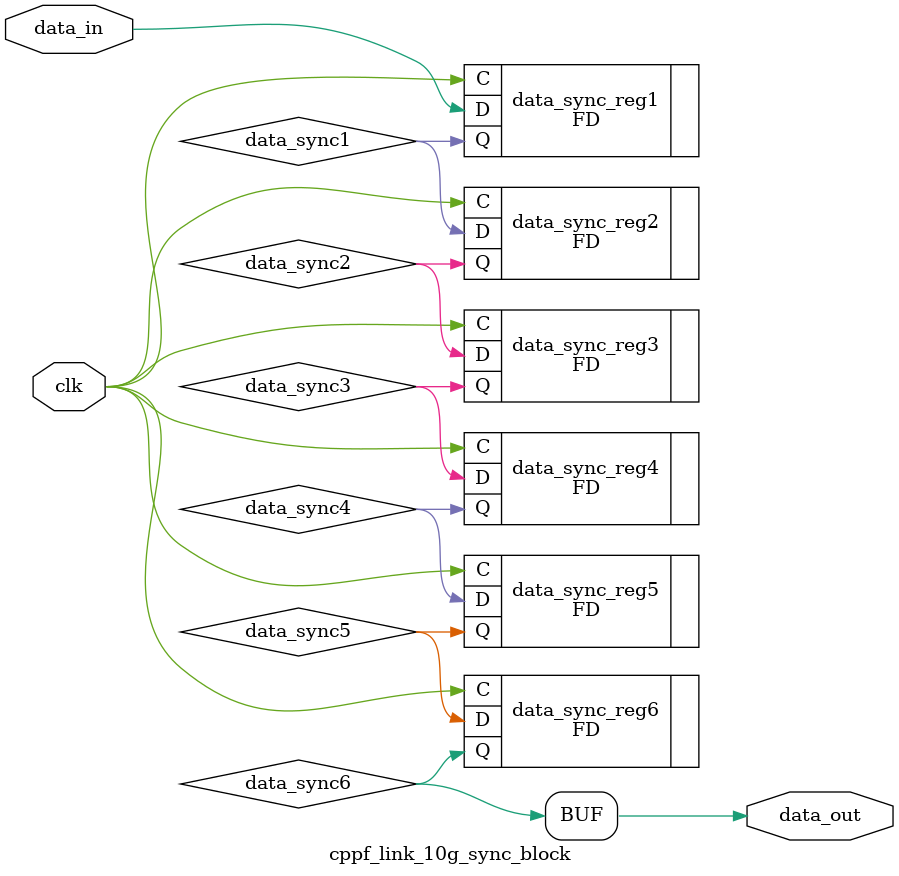
<source format=v>




`timescale 1ps / 1ps

//(* dont_touch = "yes" *)
module cppf_link_10g_sync_block #(
  parameter INITIALISE = 6'b000000
)
(
  input        clk,              // clock to be sync'ed to
  input        data_in,          // Data to be 'synced'
  output       data_out          // synced data
);

  // Internal Signals
  wire data_sync1;
  wire data_sync2;
  wire data_sync3;
  wire data_sync4;
  wire data_sync5;
  wire data_sync6;


  (* shreg_extract = "no", ASYNC_REG = "TRUE" *)
  FD #(
    .INIT (INITIALISE[0])
  ) data_sync_reg1 (
    .C  (clk),
    .D  (data_in),
    .Q  (data_sync1)
  );


  (* shreg_extract = "no", ASYNC_REG = "TRUE" *)
  FD #(
   .INIT (INITIALISE[1])
  ) data_sync_reg2 (
  .C  (clk),
  .D  (data_sync1),
  .Q  (data_sync2)
  );


  (* shreg_extract = "no", ASYNC_REG = "TRUE" *)
  FD #(
   .INIT (INITIALISE[2])
  ) data_sync_reg3 (
  .C  (clk),
  .D  (data_sync2),
  .Q  (data_sync3)
  );

  (* shreg_extract = "no", ASYNC_REG = "TRUE" *)
  FD #(
   .INIT (INITIALISE[3])
  ) data_sync_reg4 (
  .C  (clk),
  .D  (data_sync3),
  .Q  (data_sync4)
  );

  (* shreg_extract = "no", ASYNC_REG = "TRUE" *)
  FD #(
   .INIT (INITIALISE[4])
  ) data_sync_reg5 (
  .C  (clk),
  .D  (data_sync4),
  .Q  (data_sync5)
  );

  (* shreg_extract = "no", ASYNC_REG = "TRUE" *)
  FD #(
   .INIT (INITIALISE[5])
  ) data_sync_reg6 (
  .C  (clk),
  .D  (data_sync5),
  .Q  (data_sync6)
  );
  assign data_out = data_sync6;



endmodule

</source>
